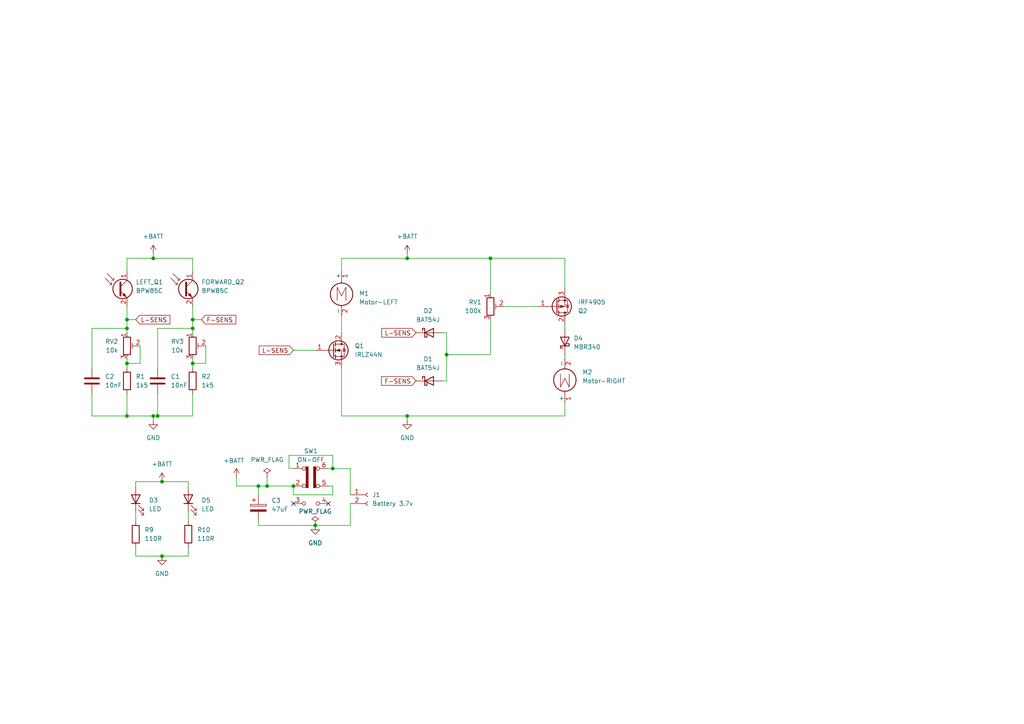
<source format=kicad_sch>
(kicad_sch (version 20231120) (generator "eeschema") (generator_version "8.0")
  (paper "A4")
  (lib_symbols
    (symbol "Connector:Conn_01x02_Socket" (pin_names (offset 1.016) hide)
      (property "Reference" "J" (at 0 2.54 0))
      (property "Value" "Conn_01x02_Socket" (at 0 -5.08 0))
      (symbol "Conn_01x02_Socket_1_1"
        (arc (start 0 -2.032) (mid -0.5058 -2.54) (end 0 -3.048) (stroke (width 0.1524)))
        (polyline (pts (xy -1.27 -2.54) (xy -0.508 -2.54)) (stroke (width 0.1524)))
        (polyline (pts (xy -1.27 0) (xy -0.508 0)) (stroke (width 0.1524)))
        (arc (start 0 0.508) (mid -0.5058 0) (end 0 -0.508) (stroke (width 0.1524)))
        (pin passive line (at -5.08 0 0) (length 3.81) (name "Pin_1") (number "1"))
        (pin passive line (at -5.08 -2.54 0) (length 3.81) (name "Pin_2") (number "2"))
      )
    )
    (symbol "Device:C" (pin_numbers hide) (pin_names (offset 0.254))
      (property "Reference" "C" (at 0.635 2.54 0))
      (property "Value" "C" (at 0.635 -2.54 0))
      (symbol "C_0_1"
        (polyline (pts (xy -2.032 -0.762) (xy 2.032 -0.762)) (stroke (width 0.508)))
        (polyline (pts (xy -2.032 0.762) (xy 2.032 0.762)) (stroke (width 0.508)))
      )
      (symbol "C_1_1"
        (pin passive line (at 0 3.81 270) (length 2.794) (name "~") (number "1"))
        (pin passive line (at 0 -3.81 90) (length 2.794) (name "~") (number "2"))
      )
    )
    (symbol "Device:C_Polarized" (pin_numbers hide) (pin_names (offset 0.254))
      (property "Reference" "C" (at 0.635 2.54 0))
      (property "Value" "C_Polarized" (at 0.635 -2.54 0))
      (symbol "C_Polarized_0_1"
        (rectangle (start -2.286 0.508) (end 2.286 1.016))
        (polyline (pts (xy -1.778 2.286) (xy -0.762 2.286)))
        (polyline (pts (xy -1.27 2.794) (xy -1.27 1.778)))
        (rectangle (start 2.286 -0.508) (end -2.286 -1.016) (fill (type outline)))
      )
      (symbol "C_Polarized_1_1"
        (pin passive line (at 0 3.81 270) (length 2.794) (name "~") (number "1"))
        (pin passive line (at 0 -3.81 90) (length 2.794) (name "~") (number "2"))
      )
    )
    (symbol "Device:LED" (pin_numbers hide) (pin_names (offset 1.016) hide)
      (property "Reference" "D" (at 0 2.54 0))
      (property "Value" "LED" (at 0 -2.54 0))
      (symbol "LED_0_1"
        (polyline (pts (xy -1.27 -1.27) (xy -1.27 1.27)) (stroke (width 0.254)))
        (polyline (pts (xy -1.27 0) (xy 1.27 0)))
        (polyline (pts (xy 1.27 -1.27) (xy 1.27 1.27) (xy -1.27 0) (xy 1.27 -1.27)) (stroke (width 0.254)))
        (polyline (pts (xy -3.048 -0.762) (xy -4.572 -2.286) (xy -3.81 -2.286) (xy -4.572 -2.286) (xy -4.572 -1.524)))
        (polyline (pts (xy -1.778 -0.762) (xy -3.302 -2.286) (xy -2.54 -2.286) (xy -3.302 -2.286) (xy -3.302 -1.524)))
      )
      (symbol "LED_1_1"
        (pin passive line (at -3.81 0 0) (length 2.54) (name "K") (number "1"))
        (pin passive line (at 3.81 0 180) (length 2.54) (name "A") (number "2"))
      )
    )
    (symbol "Device:R" (pin_numbers hide) (pin_names (offset 0))
      (property "Reference" "R" (at 2.032 0 90))
      (property "Value" "R" (at 0 0 90))
      (symbol "R_0_1"
        (rectangle (start -1.016 -2.54) (end 1.016 2.54) (stroke (width 0.254)))
      )
      (symbol "R_1_1"
        (pin passive line (at 0 3.81 270) (length 1.27) (name "~") (number "1"))
        (pin passive line (at 0 -3.81 90) (length 1.27) (name "~") (number "2"))
      )
    )
    (symbol "Device:R_Potentiometer_Trim" (pin_names (offset 1.016) hide)
      (property "Reference" "RV" (at -4.445 0 90))
      (property "Value" "R_Potentiometer_Trim" (at -2.54 0 90))
      (symbol "R_Potentiometer_Trim_0_1"
        (polyline (pts (xy 1.524 0.762) (xy 1.524 -0.762)))
        (polyline (pts (xy 2.54 0) (xy 1.524 0)))
        (rectangle (start 1.016 2.54) (end -1.016 -2.54) (stroke (width 0.254)))
      )
      (symbol "R_Potentiometer_Trim_1_1"
        (pin passive line (at 0 3.81 270) (length 1.27) (name "1") (number "1"))
        (pin passive line (at 3.81 0 180) (length 1.27) (name "2") (number "2"))
        (pin passive line (at 0 -3.81 90) (length 1.27) (name "3") (number "3"))
      )
    )
    (symbol "Diode:BAT54J" (pin_numbers hide) (pin_names (offset 1.016) hide)
      (property "Reference" "D" (at 0 2.54 0))
      (property "Value" "BAT54J" (at 0 -2.54 0))
      (symbol "BAT54J_0_1"
        (polyline (pts (xy 1.27 0) (xy -1.27 0)))
        (polyline (pts (xy 1.27 1.27) (xy 1.27 -1.27) (xy -1.27 0) (xy 1.27 1.27)) (stroke (width 0.254)))
        (polyline (pts (xy -1.905 0.635) (xy -1.905 1.27) (xy -1.27 1.27) (xy -1.27 -1.27) (xy -0.635 -1.27) (xy -0.635 -0.635)) (stroke (width 0.254)))
      )
      (symbol "BAT54J_1_1"
        (pin passive line (at -3.81 0 0) (length 2.54) (name "K") (number "1"))
        (pin passive line (at 3.81 0 180) (length 2.54) (name "A") (number "2"))
      )
    )
    (symbol "Diode:MBR340" (pin_numbers hide) (pin_names (offset 1.016) hide)
      (property "Reference" "D" (at 0 2.54 0))
      (property "Value" "MBR340" (at 0 -2.54 0))
      (symbol "MBR340_0_1"
        (polyline (pts (xy 1.27 0) (xy -1.27 0)))
        (polyline (pts (xy 1.27 1.27) (xy 1.27 -1.27) (xy -1.27 0) (xy 1.27 1.27)) (stroke (width 0.254)))
        (polyline (pts (xy -1.905 0.635) (xy -1.905 1.27) (xy -1.27 1.27) (xy -1.27 -1.27) (xy -0.635 -1.27) (xy -0.635 -0.635)) (stroke (width 0.254)))
      )
      (symbol "MBR340_1_1"
        (pin passive line (at -3.81 0 0) (length 2.54) (name "K") (number "1"))
        (pin passive line (at 3.81 0 180) (length 2.54) (name "A") (number "2"))
      )
    )
    (symbol "Motor:Motor_DC" (pin_names (offset 0))
      (property "Reference" "M" (at 2.54 2.54 0))
      (property "Value" "Motor_DC" (at 2.54 -5.08 0))
      (symbol "Motor_DC_0_0"
        (polyline (pts (xy -1.27 -3.302) (xy -1.27 0.508) (xy 0 -2.032) (xy 1.27 0.508) (xy 1.27 -3.302)))
      )
      (symbol "Motor_DC_0_1"
        (circle (center 0 -1.524) (radius 3.2512) (stroke (width 0.254)))
        (polyline (pts (xy 0 -7.62) (xy 0 -7.112)))
        (polyline (pts (xy 0 -4.7752) (xy 0 -5.1816)))
        (polyline (pts (xy 0 1.7272) (xy 0 2.0828)))
        (polyline (pts (xy 0 2.032) (xy 0 2.54)))
      )
      (symbol "Motor_DC_1_1"
        (pin passive line (at 0 5.08 270) (length 2.54) (name "+") (number "1"))
        (pin passive line (at 0 -7.62 90) (length 2.54) (name "-") (number "2"))
      )
    )
    (symbol "Sensor_Optical:BPW85C" (pin_names (offset 0) hide)
      (property "Reference" "Q" (at 5.08 1.27 0))
      (property "Value" "BPW85C" (at 5.08 -1.27 0))
      (symbol "BPW85C_0_1"
        (polyline (pts (xy -1.905 1.27) (xy -2.54 1.27)))
        (polyline (pts (xy -1.27 2.54) (xy -1.905 2.54)))
        (polyline (pts (xy 0.635 0.635) (xy 2.54 2.54)))
        (polyline (pts (xy -3.81 3.175) (xy -1.905 1.27) (xy -1.905 1.905)))
        (polyline (pts (xy -3.175 4.445) (xy -1.27 2.54) (xy -1.27 3.175)))
        (polyline (pts (xy 0.635 -0.635) (xy 2.54 -2.54) (xy 2.54 -2.54)))
        (polyline (pts (xy 0.635 1.905) (xy 0.635 -1.905) (xy 0.635 -1.905)) (stroke (width 0.508)))
        (polyline (pts (xy 1.27 -1.778) (xy 1.778 -1.27) (xy 2.286 -2.286) (xy 1.27 -1.778) (xy 1.27 -1.778)) (fill (type outline)))
        (circle (center 1.27 0) (radius 2.8194) (stroke (width 0.254)))
      )
      (symbol "BPW85C_1_1"
        (pin passive line (at 2.54 5.08 270) (length 2.54) (name "C") (number "1"))
        (pin passive line (at 2.54 -5.08 90) (length 2.54) (name "E") (number "2"))
      )
    )
    (symbol "Switch:SW_Slide_DPDT" (pin_names (offset 0) hide)
      (property "Reference" "SW" (at 0 6.858 0))
      (property "Value" "SW_Slide_DPDT" (at 0 -8.128 0))
      (symbol "SW_Slide_DPDT_0_0"
        (circle (center -2.032 -5.08) (radius 0.508))
        (circle (center -2.032 5.08) (radius 0.508))
        (circle (center 2.032 -5.08) (radius 0.508))
        (circle (center 2.032 0) (radius 0.508))
      )
      (symbol "SW_Slide_DPDT_0_1"
        (circle (center -2.032 0) (radius 0.508))
        (circle (center 2.032 5.08) (radius 0.508))
      )
      (symbol "SW_Slide_DPDT_1_1"
        (rectangle (start -1.397 5.588) (end -0.762 -0.508) (fill (type outline)))
        (rectangle (start 0.762 5.588) (end 1.397 -0.508) (fill (type outline)))
        (pin passive line (at -5.08 5.08 0) (length 2.54) (name "A") (number "1"))
        (pin passive line (at -5.08 0 0) (length 2.54) (name "B") (number "2"))
        (pin passive line (at -5.08 -5.08 0) (length 2.54) (name "C") (number "3"))
        (pin passive line (at 5.08 -5.08 180) (length 2.54) (name "A") (number "4"))
        (pin passive line (at 5.08 0 180) (length 2.54) (name "B") (number "5"))
        (pin passive line (at 5.08 5.08 180) (length 2.54) (name "C") (number "6"))
      )
    )
    (symbol "Transistor_FET:IRF4905" (pin_names hide)
      (property "Reference" "Q" (at 5.08 1.905 0))
      (property "Value" "IRF4905" (at 5.08 0 0))
      (symbol "IRF4905_0_1"
        (polyline (pts (xy 0.254 0) (xy -2.54 0)))
        (polyline (pts (xy 0.254 1.905) (xy 0.254 -1.905)) (stroke (width 0.254)))
        (polyline (pts (xy 0.762 -1.27) (xy 0.762 -2.286)) (stroke (width 0.254)))
        (polyline (pts (xy 0.762 0.508) (xy 0.762 -0.508)) (stroke (width 0.254)))
        (polyline (pts (xy 0.762 2.286) (xy 0.762 1.27)) (stroke (width 0.254)))
        (polyline (pts (xy 2.54 2.54) (xy 2.54 1.778)))
        (polyline (pts (xy 2.54 -2.54) (xy 2.54 0) (xy 0.762 0)))
        (polyline (pts (xy 0.762 1.778) (xy 3.302 1.778) (xy 3.302 -1.778) (xy 0.762 -1.778)))
        (polyline (pts (xy 2.286 0) (xy 1.27 0.381) (xy 1.27 -0.381) (xy 2.286 0)) (fill (type outline)))
        (polyline (pts (xy 2.794 -0.508) (xy 2.921 -0.381) (xy 3.683 -0.381) (xy 3.81 -0.254)))
        (polyline (pts (xy 3.302 -0.381) (xy 2.921 0.254) (xy 3.683 0.254) (xy 3.302 -0.381)))
        (circle (center 1.651 0) (radius 2.794) (stroke (width 0.254)))
        (circle (center 2.54 -1.778) (radius 0.254) (fill (type outline)))
        (circle (center 2.54 1.778) (radius 0.254) (fill (type outline)))
      )
      (symbol "IRF4905_1_1"
        (pin input line (at -5.08 0 0) (length 2.54) (name "G") (number "1"))
        (pin passive line (at 2.54 5.08 270) (length 2.54) (name "D") (number "2"))
        (pin passive line (at 2.54 -5.08 90) (length 2.54) (name "S") (number "3"))
      )
    )
    (symbol "Transistor_FET:IRLZ44N" (pin_names hide)
      (property "Reference" "Q" (at 5.08 1.905 0))
      (property "Value" "IRLZ44N" (at 5.08 0 0))
      (symbol "IRLZ44N_0_1"
        (polyline (pts (xy 0.254 0) (xy -2.54 0)))
        (polyline (pts (xy 0.254 1.905) (xy 0.254 -1.905)) (stroke (width 0.254)))
        (polyline (pts (xy 0.762 -1.27) (xy 0.762 -2.286)) (stroke (width 0.254)))
        (polyline (pts (xy 0.762 0.508) (xy 0.762 -0.508)) (stroke (width 0.254)))
        (polyline (pts (xy 0.762 2.286) (xy 0.762 1.27)) (stroke (width 0.254)))
        (polyline (pts (xy 2.54 2.54) (xy 2.54 1.778)))
        (polyline (pts (xy 2.54 -2.54) (xy 2.54 0) (xy 0.762 0)))
        (polyline (pts (xy 0.762 -1.778) (xy 3.302 -1.778) (xy 3.302 1.778) (xy 0.762 1.778)))
        (polyline (pts (xy 1.016 0) (xy 2.032 0.381) (xy 2.032 -0.381) (xy 1.016 0)) (fill (type outline)))
        (polyline (pts (xy 2.794 0.508) (xy 2.921 0.381) (xy 3.683 0.381) (xy 3.81 0.254)))
        (polyline (pts (xy 3.302 0.381) (xy 2.921 -0.254) (xy 3.683 -0.254) (xy 3.302 0.381)))
        (circle (center 1.651 0) (radius 2.794) (stroke (width 0.254)))
        (circle (center 2.54 -1.778) (radius 0.254) (fill (type outline)))
        (circle (center 2.54 1.778) (radius 0.254) (fill (type outline)))
      )
      (symbol "IRLZ44N_1_1"
        (pin input line (at -5.08 0 0) (length 2.54) (name "G") (number "1"))
        (pin passive line (at 2.54 5.08 270) (length 2.54) (name "D") (number "2"))
        (pin passive line (at 2.54 -5.08 90) (length 2.54) (name "S") (number "3"))
      )
    )
    (symbol "power:+BATT" (power) (pin_numbers hide) (pin_names (offset 0) hide)
      (property "Value" "+BATT" (at 0 3.556 0))
      (symbol "+BATT_0_1"
        (polyline (pts (xy -0.762 1.27) (xy 0 2.54)))
        (polyline (pts (xy 0 0) (xy 0 2.54)))
        (polyline (pts (xy 0 2.54) (xy 0.762 1.27)))
      )
      (symbol "+BATT_1_1"
        (pin power_in line (at 0 0 90) (length 0) (name "~") (number "1"))
      )
    )
    (symbol "power:GND" (power) (pin_numbers hide) (pin_names (offset 0) hide)
      (property "Value" "GND" (at 0 -3.81 0))
      (symbol "GND_0_1"
        (polyline (pts (xy 0 0) (xy 0 -1.27) (xy 1.27 -1.27) (xy 0 -2.54) (xy -1.27 -1.27) (xy 0 -1.27)))
      )
      (symbol "GND_1_1"
        (pin power_in line (at 0 0 270) (length 0) (name "~") (number "1"))
      )
    )
    (symbol "power:PWR_FLAG" (power) (pin_numbers hide) (pin_names (offset 0) hide)
      (property "Value" "PWR_FLAG" (at 0 3.81 0))
      (symbol "PWR_FLAG_0_0"
        (pin power_out line (at 0 0 90) (length 0) (name "~") (number "1"))
      )
      (symbol "PWR_FLAG_0_1"
        (polyline (pts (xy 0 0) (xy 0 1.27) (xy -1.016 1.905) (xy 0 2.54) (xy 1.016 1.905) (xy 0 1.27)))
      )
    )
  )
  (junction (at 91.44 152.4))
  (junction (at 46.99 161.29))
  (junction (at 36.83 95.25))
  (junction (at 55.88 105.41))
  (junction (at 118.11 120.65))
  (junction (at 85.09 140.97))
  (junction (at 77.47 140.97))
  (junction (at 36.83 105.41))
  (junction (at 55.88 92.71))
  (junction (at 46.99 139.7))
  (junction (at 45.72 120.65))
  (junction (at 96.52 135.89))
  (junction (at 129.54 102.87))
  (junction (at 36.83 120.65))
  (junction (at 74.93 140.97))
  (junction (at 142.24 74.93))
  (junction (at 55.88 95.25))
  (junction (at 44.45 120.65))
  (junction (at 118.11 74.93))
  (junction (at 44.45 74.93))
  (junction (at 36.83 92.71))
  (no_connect (at 85.09 146.05))
  (no_connect (at 95.25 146.05))
  (wire (pts (xy 128.27 96.52) (xy 129.54 96.52)))
  (wire (pts (xy 83.82 135.89) (xy 83.82 132.08)))
  (wire (pts (xy 45.72 106.68) (xy 45.72 95.25)))
  (wire (pts (xy 54.61 148.59) (xy 54.61 151.13)))
  (wire (pts (xy 99.06 74.93) (xy 99.06 78.74)))
  (wire (pts (xy 55.88 74.93) (xy 55.88 78.74)))
  (wire (pts (xy 101.6 146.05) (xy 101.6 152.4)))
  (wire (pts (xy 36.83 74.93) (xy 44.45 74.93)))
  (wire (pts (xy 118.11 120.65) (xy 163.83 120.65)))
  (wire (pts (xy 39.37 140.97) (xy 39.37 139.7)))
  (wire (pts (xy 39.37 158.75) (xy 39.37 161.29)))
  (wire (pts (xy 55.88 88.9) (xy 55.88 92.71)))
  (wire (pts (xy 99.06 91.44) (xy 99.06 96.52)))
  (wire (pts (xy 146.05 88.9) (xy 156.21 88.9)))
  (wire (pts (xy 46.99 161.29) (xy 54.61 161.29)))
  (wire (pts (xy 142.24 102.87) (xy 142.24 92.71)))
  (wire (pts (xy 129.54 102.87) (xy 142.24 102.87)))
  (wire (pts (xy 39.37 161.29) (xy 46.99 161.29)))
  (wire (pts (xy 36.83 120.65) (xy 44.45 120.65)))
  (wire (pts (xy 36.83 104.14) (xy 36.83 105.41)))
  (wire (pts (xy 26.67 95.25) (xy 36.83 95.25)))
  (wire (pts (xy 96.52 135.89) (xy 95.25 135.89)))
  (wire (pts (xy 26.67 120.65) (xy 36.83 120.65)))
  (wire (pts (xy 36.83 92.71) (xy 36.83 95.25)))
  (wire (pts (xy 39.37 139.7) (xy 46.99 139.7)))
  (wire (pts (xy 36.83 74.93) (xy 36.83 78.74)))
  (wire (pts (xy 142.24 74.93) (xy 163.83 74.93)))
  (wire (pts (xy 118.11 73.66) (xy 118.11 74.93)))
  (wire (pts (xy 45.72 114.3) (xy 45.72 120.65)))
  (wire (pts (xy 55.88 104.14) (xy 55.88 105.41)))
  (wire (pts (xy 36.83 92.71) (xy 39.37 92.71)))
  (wire (pts (xy 83.82 132.08) (xy 96.52 132.08)))
  (wire (pts (xy 77.47 140.97) (xy 85.09 140.97)))
  (wire (pts (xy 163.83 120.65) (xy 163.83 116.84)))
  (wire (pts (xy 96.52 143.51) (xy 85.09 143.51)))
  (wire (pts (xy 85.09 140.97) (xy 85.09 143.51)))
  (wire (pts (xy 36.83 88.9) (xy 36.83 92.71)))
  (wire (pts (xy 55.88 92.71) (xy 58.42 92.71)))
  (wire (pts (xy 101.6 152.4) (xy 91.44 152.4)))
  (wire (pts (xy 26.67 114.3) (xy 26.67 120.65)))
  (wire (pts (xy 74.93 143.51) (xy 74.93 140.97)))
  (wire (pts (xy 40.64 100.33) (xy 40.64 105.41)))
  (wire (pts (xy 36.83 105.41) (xy 40.64 105.41)))
  (wire (pts (xy 55.88 105.41) (xy 59.69 105.41)))
  (wire (pts (xy 142.24 74.93) (xy 142.24 85.09)))
  (wire (pts (xy 85.09 135.89) (xy 83.82 135.89)))
  (wire (pts (xy 101.6 135.89) (xy 101.6 143.51)))
  (wire (pts (xy 46.99 139.7) (xy 54.61 139.7)))
  (wire (pts (xy 55.88 92.71) (xy 55.88 95.25)))
  (wire (pts (xy 44.45 73.66) (xy 44.45 74.93)))
  (wire (pts (xy 36.83 114.3) (xy 36.83 120.65)))
  (wire (pts (xy 128.27 110.49) (xy 129.54 110.49)))
  (wire (pts (xy 163.83 93.98) (xy 163.83 95.25)))
  (wire (pts (xy 44.45 120.65) (xy 44.45 121.92)))
  (wire (pts (xy 96.52 132.08) (xy 96.52 135.89)))
  (wire (pts (xy 55.88 114.3) (xy 55.88 120.65)))
  (wire (pts (xy 99.06 74.93) (xy 118.11 74.93)))
  (wire (pts (xy 96.52 140.97) (xy 96.52 143.51)))
  (wire (pts (xy 36.83 105.41) (xy 36.83 106.68)))
  (wire (pts (xy 85.09 101.6) (xy 91.44 101.6)))
  (wire (pts (xy 39.37 148.59) (xy 39.37 151.13)))
  (wire (pts (xy 68.58 140.97) (xy 74.93 140.97)))
  (wire (pts (xy 36.83 95.25) (xy 36.83 96.52)))
  (wire (pts (xy 59.69 100.33) (xy 59.69 105.41)))
  (wire (pts (xy 68.58 138.43) (xy 68.58 140.97)))
  (wire (pts (xy 74.93 140.97) (xy 77.47 140.97)))
  (wire (pts (xy 95.25 140.97) (xy 96.52 140.97)))
  (wire (pts (xy 96.52 135.89) (xy 101.6 135.89)))
  (wire (pts (xy 99.06 120.65) (xy 118.11 120.65)))
  (wire (pts (xy 163.83 104.14) (xy 163.83 102.87)))
  (wire (pts (xy 163.83 74.93) (xy 163.83 83.82)))
  (wire (pts (xy 54.61 139.7) (xy 54.61 140.97)))
  (wire (pts (xy 26.67 106.68) (xy 26.67 95.25)))
  (wire (pts (xy 55.88 105.41) (xy 55.88 106.68)))
  (wire (pts (xy 129.54 102.87) (xy 129.54 110.49)))
  (wire (pts (xy 74.93 151.13) (xy 74.93 152.4)))
  (wire (pts (xy 45.72 95.25) (xy 55.88 95.25)))
  (wire (pts (xy 74.93 152.4) (xy 91.44 152.4)))
  (wire (pts (xy 118.11 120.65) (xy 118.11 121.92)))
  (wire (pts (xy 77.47 138.43) (xy 77.47 140.97)))
  (wire (pts (xy 129.54 96.52) (xy 129.54 102.87)))
  (wire (pts (xy 55.88 95.25) (xy 55.88 96.52)))
  (wire (pts (xy 44.45 74.93) (xy 55.88 74.93)))
  (wire (pts (xy 45.72 120.65) (xy 55.88 120.65)))
  (wire (pts (xy 99.06 106.68) (xy 99.06 120.65)))
  (wire (pts (xy 118.11 74.93) (xy 142.24 74.93)))
  (wire (pts (xy 44.45 120.65) (xy 45.72 120.65)))
  (wire (pts (xy 54.61 161.29) (xy 54.61 158.75)))
  (global_label "F-SENS" (shape input) (at 120.65 110.49 180) (property "Intersheetrefs" "${INTERSHEET_REFS}" (effects (hide yes))))
  (global_label "L-SENS" (shape input) (at 39.37 92.71 0) (property "Intersheetrefs" "${INTERSHEET_REFS}" (effects (hide yes))))
  (global_label "L-SENS" (shape input) (at 120.65 96.52 180) (property "Intersheetrefs" "${INTERSHEET_REFS}" (effects (hide yes))))
  (global_label "L-SENS" (shape input) (at 85.09 101.6 180) (property "Intersheetrefs" "${INTERSHEET_REFS}" (effects (hide yes))))
  (global_label "F-SENS" (shape input) (at 58.42 92.71 0) (property "Intersheetrefs" "${INTERSHEET_REFS}" (effects (hide yes))))
  (symbol (lib_id "Device:LED") (at 39.37 144.78 90) (unit 1)
    (property "Reference" "D3" (at 43.18 145.0974 90) (effects (justify right)))
    (property "Value" "LED" (at 43.18 147.6374 90) (effects (justify right)))
    (property "Footprint" "LED_THT:LED_D5.0mm" (effects (hide yes)))
    (property "Description" "Light emitting diode" (effects (hide yes)))
  )
  (symbol (lib_id "power:GND") (at 118.11 121.92 0) (unit 1)
    (property "Reference" "#PWR03" (effects (hide yes)))
    (property "Value" "GND" (at 118.11 127 0))
    (property "Description" "Power symbol creates a global label with name \"GND\" , ground" (effects (hide yes)))
  )
  (symbol (lib_id "Device:C") (at 45.72 110.49 0) (unit 1)
    (property "Reference" "C1" (at 49.53 109.2199 0) (effects (justify left)))
    (property "Value" "10nF" (at 49.53 111.7599 0) (effects (justify left)))
    (property "Footprint" "Capacitor_SMD:C_0805_2012Metric" (effects (hide yes)))
    (property "Description" "Unpolarized capacitor" (effects (hide yes)))
  )
  (symbol (lib_id "Device:C") (at 26.67 110.49 0) (unit 1)
    (property "Reference" "C2" (at 30.48 109.2199 0) (effects (justify left)))
    (property "Value" "10nF" (at 30.48 111.7599 0) (effects (justify left)))
    (property "Footprint" "Capacitor_SMD:C_0805_2012Metric" (effects (hide yes)))
    (property "Description" "Unpolarized capacitor" (effects (hide yes)))
  )
  (symbol (lib_id "Diode:MBR340") (at 163.83 99.06 90) (unit 1)
    (property "Reference" "D4" (at 166.37 98.1074 90) (effects (justify right)))
    (property "Value" "MBR340" (at 166.37 100.6474 90) (effects (justify right)))
    (property "Footprint" "Diode_SMD:D_SMA" (effects (hide yes)))
    (property "Datasheet" "http://www.onsemi.com/pub_link/Collateral/MBR340-D.PDF" (effects (hide yes)))
    (property "Description" "40V 3A Schottky Barrier Rectifier Diode, DO-201AD" (effects (hide yes)))
    (property "Sim.Device" "D" (effects (hide yes)))
    (property "Sim.Pins" "1=K 2=A" (effects (hide yes)))
  )
  (symbol (lib_id "Diode:BAT54J") (at 124.46 96.52 0) (unit 1)
    (property "Reference" "D2" (at 124.1425 90.17 0))
    (property "Value" "BAT54J" (at 124.1425 92.71 0))
    (property "Footprint" "Diode_SMD:D_SOD-323F" (effects (hide yes)))
    (property "Datasheet" "https://assets.nexperia.com/documents/data-sheet/BAT54J.pdf" (effects (hide yes)))
    (property "Description" "30V 200mA Schottky diode, SOD-323F" (effects (hide yes)))
    (property "Sim.Device" "D" (effects (hide yes)))
    (property "Sim.Pins" "1=K 2=A" (effects (hide yes)))
  )
  (symbol (lib_id "power:GND") (at 46.99 161.29 0) (unit 1)
    (property "Reference" "#PWR06" (effects (hide yes)))
    (property "Value" "GND" (at 46.99 166.37 0))
    (property "Description" "Power symbol creates a global label with name \"GND\" , ground" (effects (hide yes)))
  )
  (symbol (lib_id "Device:R") (at 54.61 154.94 0) (unit 1)
    (property "Reference" "R10" (at 57.15 153.6699 0) (effects (justify left)))
    (property "Value" "110R" (at 57.15 156.2099 0) (effects (justify left)))
    (property "Footprint" "Resistor_SMD:R_0805_2012Metric" (effects (hide yes)))
    (property "Description" "Resistor" (effects (hide yes)))
  )
  (symbol (lib_id "Transistor_FET:IRF4905") (at 161.29 88.9 0) (mirror x) (unit 1)
    (property "Reference" "Q2" (at 167.64 90.1701 0) (effects (justify left)))
    (property "Value" "IRF4905" (at 167.64 87.6301 0) (effects (justify left)))
    (property "Footprint" "Package_TO_SOT_SMD:TO-252-2" (effects (hide yes)))
    (property "Datasheet" "http://www.infineon.com/dgdl/irf4905.pdf?fileId=5546d462533600a4015355e32165197c" (effects (hide yes)))
    (property "Description" "-74A Id, -55V Vds, Single P-Channel HEXFET Power MOSFET, 20mOhm Ron, TO-220AB" (effects (hide yes)))
  )
  (symbol (lib_id "Device:R") (at 55.88 110.49 0) (unit 1)
    (property "Reference" "R2" (at 58.42 109.2199 0) (effects (justify left)))
    (property "Value" "1k5" (at 58.42 111.7599 0) (effects (justify left)))
    (property "Footprint" "Resistor_SMD:R_0805_2012Metric" (effects (hide yes)))
    (property "Description" "Resistor" (effects (hide yes)))
  )
  (symbol (lib_id "Transistor_FET:IRLZ44N") (at 96.52 101.6 0) (unit 1)
    (property "Reference" "Q1" (at 102.87 100.3299 0) (effects (justify left)))
    (property "Value" "IRLZ44N" (at 102.87 102.8699 0) (effects (justify left)))
    (property "Footprint" "Package_TO_SOT_SMD:TO-252-2" (effects (hide yes)))
    (property "Datasheet" "http://www.irf.com/product-info/datasheets/data/irlz44n.pdf" (effects (hide yes)))
    (property "Description" "47A Id, 55V Vds, 22mOhm Rds Single N-Channel HEXFET Power MOSFET, TO-220AB" (effects (hide yes)))
  )
  (symbol (lib_id "power:PWR_FLAG") (at 77.47 138.43 0) (unit 1)
    (property "Reference" "#FLG01" (effects (hide yes)))
    (property "Value" "PWR_FLAG" (at 77.47 133.35 0))
    (property "Description" "Special symbol for telling ERC where power comes from" (effects (hide yes)))
  )
  (symbol (lib_id "Diode:BAT54J") (at 124.46 110.49 0) (unit 1)
    (property "Reference" "D1" (at 124.1425 104.14 0))
    (property "Value" "BAT54J" (at 124.1425 106.68 0))
    (property "Footprint" "Diode_SMD:D_SOD-323F" (effects (hide yes)))
    (property "Datasheet" "https://assets.nexperia.com/documents/data-sheet/BAT54J.pdf" (effects (hide yes)))
    (property "Description" "30V 200mA Schottky diode, SOD-323F" (effects (hide yes)))
    (property "Sim.Device" "D" (effects (hide yes)))
    (property "Sim.Pins" "1=K 2=A" (effects (hide yes)))
  )
  (symbol (lib_id "Switch:SW_Slide_DPDT") (at 90.17 140.97 0) (unit 1)
    (property "Reference" "SW1" (at 90.17 130.81 0))
    (property "Value" "ON-OFF" (at 90.17 133.35 0))
    (property "Footprint" "Connector_PinHeader_2.54mm:PinHeader_2x03_P2.54mm_Vertical_SMD" (effects (hide yes)))
    (property "Description" "Slide Switch, dual pole double throw" (effects (hide yes)))
  )
  (symbol (lib_id "Device:R_Potentiometer_Trim") (at 36.83 100.33 0) (unit 1)
    (property "Reference" "RV2" (at 34.29 99.0599 0) (effects (justify right)))
    (property "Value" "10k" (at 34.29 101.5999 0) (effects (justify right)))
    (property "Footprint" "Potentiometer_SMD:Potentiometer_Bourns_TC33X_Vertical" (effects (hide yes)))
    (property "Description" "Trim-potentiometer" (effects (hide yes)))
  )
  (symbol (lib_id "power:+BATT") (at 118.11 73.66 0) (unit 1)
    (property "Reference" "#PWR04" (effects (hide yes)))
    (property "Value" "+BATT" (at 118.11 68.58 0))
    (property "Description" "Power symbol creates a global label with name \"+BATT\"" (effects (hide yes)))
  )
  (symbol (lib_id "Motor:Motor_DC") (at 99.06 83.82 0) (unit 1)
    (property "Reference" "M1" (at 104.14 85.0899 0) (effects (justify left)))
    (property "Value" "Motor-LEFT" (at 104.14 87.6299 0) (effects (justify left)))
    (property "Footprint" "Connector_PinHeader_1.27mm:PinHeader_1x02_P1.27mm_Vertical" (effects (hide yes)))
    (property "Description" "DC Motor" (effects (hide yes)))
  )
  (symbol (lib_id "power:+BATT") (at 68.58 138.43 0) (unit 1)
    (property "Reference" "#PWR07" (effects (hide yes)))
    (property "Value" "+BATT" (at 67.818 133.604 0))
    (property "Description" "Power symbol creates a global label with name \"+BATT\"" (effects (hide yes)))
  )
  (symbol (lib_id "Device:R") (at 36.83 110.49 0) (unit 1)
    (property "Reference" "R1" (at 39.37 109.2199 0) (effects (justify left)))
    (property "Value" "1k5" (at 39.37 111.7599 0) (effects (justify left)))
    (property "Footprint" "Resistor_SMD:R_0805_2012Metric" (effects (hide yes)))
    (property "Description" "Resistor" (effects (hide yes)))
  )
  (symbol (lib_id "Sensor_Optical:BPW85C") (at 53.34 83.82 0) (unit 1)
    (property "Reference" "FORWARD_Q2" (at 58.42 81.8006 0) (effects (justify left)))
    (property "Value" "BPW85C" (at 58.42 84.3406 0) (effects (justify left)))
    (property "Footprint" "LED_THT:LED_D3.0mm_Clear" (effects (hide yes)))
    (property "Datasheet" "https://www.vishay.com/docs/81531/bpw85a.pdf" (effects (hide yes)))
    (property "Description" "Silicon NPN Phototransistor, Ica = 3-8mA, T-1" (effects (hide yes)))
  )
  (symbol (lib_id "Motor:Motor_DC") (at 163.83 111.76 180) (unit 1)
    (property "Reference" "M2" (at 168.91 107.9499 0) (effects (justify right)))
    (property "Value" "Motor-RIGHT" (at 168.91 110.4899 0) (effects (justify right)))
    (property "Footprint" "Connector_PinHeader_1.27mm:PinHeader_1x02_P1.27mm_Vertical" (effects (hide yes)))
    (property "Description" "DC Motor" (effects (hide yes)))
  )
  (symbol (lib_id "power:GND") (at 44.45 121.92 0) (unit 1)
    (property "Reference" "#PWR02" (effects (hide yes)))
    (property "Value" "GND" (at 44.45 127 0))
    (property "Description" "Power symbol creates a global label with name \"GND\" , ground" (effects (hide yes)))
  )
  (symbol (lib_id "Device:R_Potentiometer_Trim") (at 55.88 100.33 0) (unit 1)
    (property "Reference" "RV3" (at 53.34 99.0599 0) (effects (justify right)))
    (property "Value" "10k" (at 53.34 101.5999 0) (effects (justify right)))
    (property "Footprint" "Potentiometer_SMD:Potentiometer_Bourns_TC33X_Vertical" (effects (hide yes)))
    (property "Description" "Trim-potentiometer" (effects (hide yes)))
  )
  (symbol (lib_id "Device:R") (at 39.37 154.94 0) (unit 1)
    (property "Reference" "R9" (at 41.91 153.6699 0) (effects (justify left)))
    (property "Value" "110R" (at 41.91 156.2099 0) (effects (justify left)))
    (property "Footprint" "Resistor_SMD:R_0805_2012Metric" (effects (hide yes)))
    (property "Description" "Resistor" (effects (hide yes)))
  )
  (symbol (lib_id "Connector:Conn_01x02_Socket") (at 106.68 143.51 0) (unit 1)
    (property "Reference" "J1" (at 107.95 143.5099 0) (effects (justify left)))
    (property "Value" "Battery 3.7v" (at 107.95 146.0499 0) (effects (justify left)))
    (property "Footprint" "Connector_JST:JST_PH_B2B-PH-K_1x02_P2.00mm_Vertical" (effects (hide yes)))
    (property "Description" "Generic connector, single row, 01x02, script generated" (effects (hide yes)))
  )
  (symbol (lib_id "power:GND") (at 91.44 152.4 0) (unit 1)
    (property "Reference" "#PWR08" (effects (hide yes)))
    (property "Value" "GND" (at 91.44 157.48 0))
    (property "Description" "Power symbol creates a global label with name \"GND\" , ground" (effects (hide yes)))
  )
  (symbol (lib_id "Device:LED") (at 54.61 144.78 90) (unit 1)
    (property "Reference" "D5" (at 58.42 145.0974 90) (effects (justify right)))
    (property "Value" "LED" (at 58.42 147.6374 90) (effects (justify right)))
    (property "Footprint" "LED_THT:LED_D5.0mm" (effects (hide yes)))
    (property "Description" "Light emitting diode" (effects (hide yes)))
  )
  (symbol (lib_id "power:+BATT") (at 44.45 73.66 0) (unit 1)
    (property "Reference" "#PWR01" (effects (hide yes)))
    (property "Value" "+BATT" (at 44.45 68.58 0))
    (property "Description" "Power symbol creates a global label with name \"+BATT\"" (effects (hide yes)))
  )
  (symbol (lib_id "power:PWR_FLAG") (at 91.44 152.4 0) (unit 1)
    (property "Reference" "#FLG02" (effects (hide yes)))
    (property "Value" "PWR_FLAG" (at 91.44 148.336 0))
    (property "Description" "Special symbol for telling ERC where power comes from" (effects (hide yes)))
  )
  (symbol (lib_id "Device:C_Polarized") (at 74.93 147.32 0) (unit 1)
    (property "Reference" "C3" (at 78.74 145.1609 0) (effects (justify left)))
    (property "Value" "47uF" (at 78.74 147.7009 0) (effects (justify left)))
    (property "Footprint" "Capacitor_SMD:C_1206_3216Metric" (effects (hide yes)))
    (property "Description" "Polarized capacitor" (effects (hide yes)))
  )
  (symbol (lib_id "Device:R_Potentiometer_Trim") (at 142.24 88.9 0) (unit 1)
    (property "Reference" "RV1" (at 139.7 87.6299 0) (effects (justify right)))
    (property "Value" "100k" (at 139.7 90.1699 0) (effects (justify right)))
    (property "Footprint" "Potentiometer_SMD:Potentiometer_Bourns_TC33X_Vertical" (effects (hide yes)))
    (property "Description" "Trim-potentiometer" (effects (hide yes)))
  )
  (symbol (lib_id "Sensor_Optical:BPW85C") (at 34.29 83.82 0) (unit 1)
    (property "Reference" "LEFT_Q1" (at 39.37 81.8006 0) (effects (justify left)))
    (property "Value" "BPW85C" (at 39.37 84.3406 0) (effects (justify left)))
    (property "Footprint" "LED_THT:LED_D3.0mm_Clear" (effects (hide yes)))
    (property "Datasheet" "https://www.vishay.com/docs/81531/bpw85a.pdf" (effects (hide yes)))
    (property "Description" "Silicon NPN Phototransistor, Ica = 3-8mA, T-1" (effects (hide yes)))
  )
  (symbol (lib_id "power:+BATT") (at 46.99 139.7 0) (unit 1)
    (property "Reference" "#PWR05" (effects (hide yes)))
    (property "Value" "+BATT" (at 46.99 134.62 0))
    (property "Description" "Power symbol creates a global label with name \"+BATT\"" (effects (hide yes)))
  )
)
</source>
